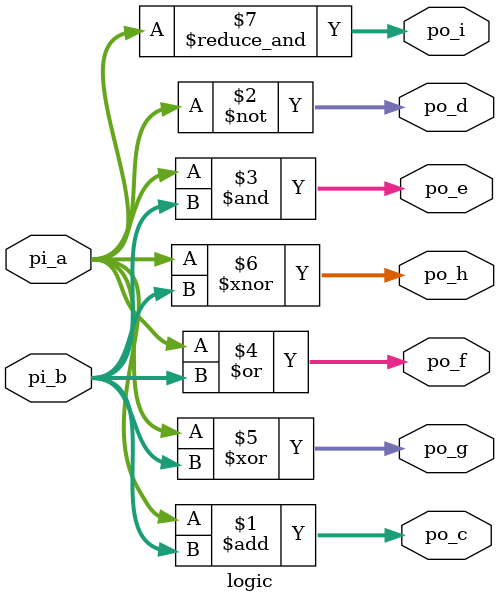
<source format=v>
module logic(
input wire[7:0] pi_a,
input wire[7:0] pi_b,

output wire[7:0] po_c,
output wire[7:0] po_d,
output wire[7:0] po_e,
output wire[7:0] po_f,
output wire[7:0] po_g,
output wire[7:0] po_h,
output wire[7:0] po_i
);

assign po_c = pi_a+pi_b;
assign po_d = ~pi_a;
assign po_e = pi_a&pi_b;
assign po_f = pi_a|pi_b;
assign po_g = pi_a^pi_b;
assign po_h = pi_a~^pi_b;
assign po_i = &pi_a;

endmodule
</source>
